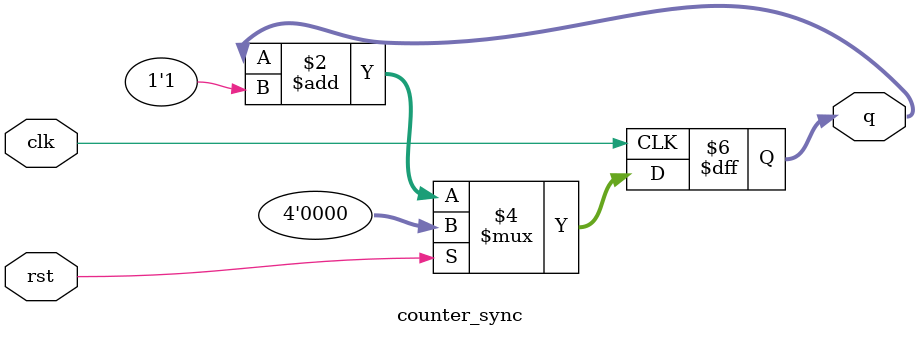
<source format=v>
module counter_sync(
	input  wire        clk,
	input  wire        rst,
	output reg  [3:0]  q 
);
	always @(posedge clk) begin
		if (rst) begin
			q <= 4'b0000;
		end else begin
			q <= q + 1'b1;
		end
	end

endmodule



</source>
